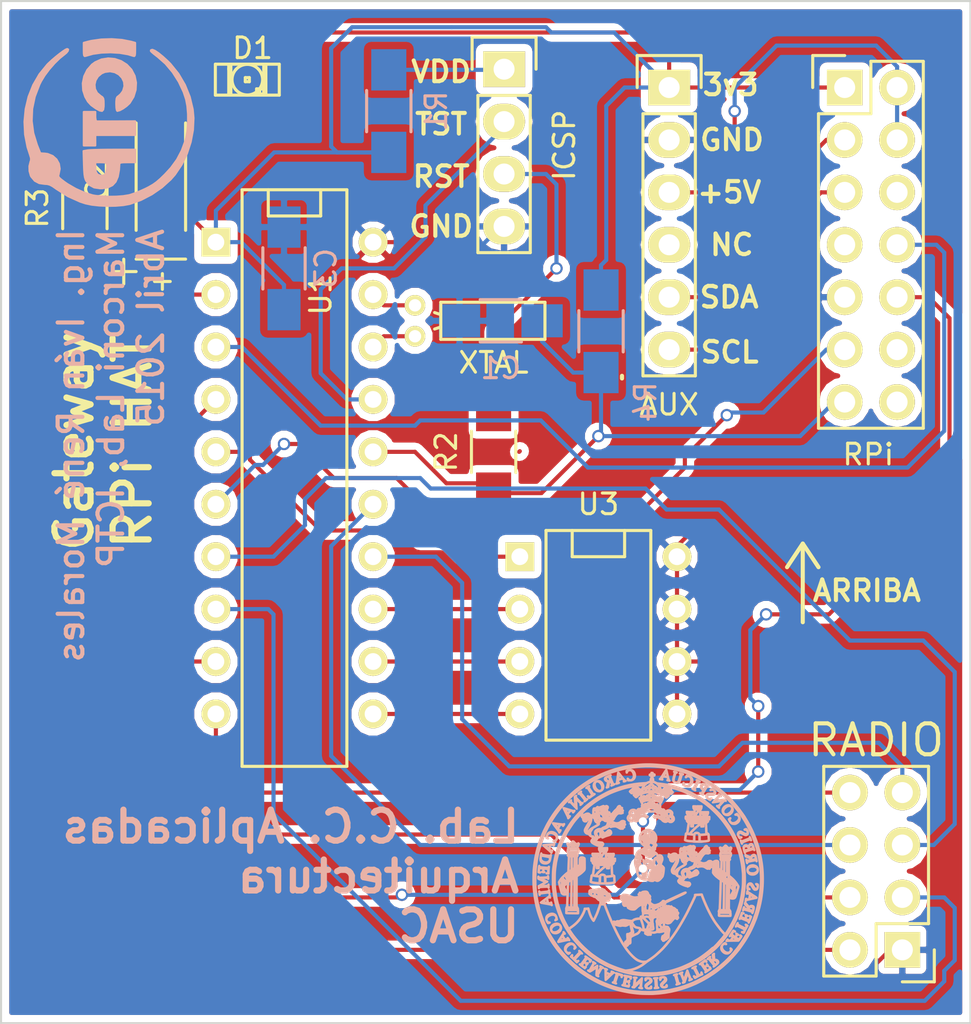
<source format=kicad_pcb>
(kicad_pcb (version 4) (host pcbnew "(after 2015-mar-04 BZR unknown)-product")
  (layers (0 F.Cu signal) (31 B.Cu signal) (34 B.Paste user) (35 F.Paste user) (36 B.SilkS user) (37 F.SilkS user) (38 B.Mask user) (39 F.Mask user) (44 Edge.Cuts user))
  (net 0 "")
  (net 1 "Net-(D1-Pad1)")
  (net 2 GND)
  (net 3 /TEST_MSP430)
  (net 4 +3V3)
  (net 5 "Net-(P2-Pad3)")
  (net 6 /RX_MSP430)
  (net 7 /RX_RPi)
  (net 8 /RDY_IN_MSP430)
  (net 9 /RST_IN_MSP430)
  (net 10 "Net-(R3-Pad1)")
  (net 11 /SW_3)
  (net 12 /SCLK)
  (net 13 /CE)
  (net 14 /CS)
  (net 15 /IRQ)
  (net 16 /SW_0)
  (net 17 /SW_1)
  (net 18 /SW_2)
  (net 19 /MISO)
  (net 20 /MOSI)
  (net 21 "Net-(U1-Pad18)")
  (net 22 "Net-(U1-Pad19)")
  (net 23 +5V)
  (net 24 /I2C_SDA_RPi)
  (net 25 "Net-(P2-Pad1)")
  (net 26 "Net-(P3-Pad4)")
  (net 27 /I2C_SCL_RPi)
  (net 28 "Net-(P1-Pad6)")
  (net 29 "Net-(P1-Pad7)")
  (net 30 "Net-(P1-Pad12)")
  (net 31 "Net-(P1-Pad14)")
  (module LOGO (layer B.Cu) (at 108.1 55.31 270)
    (fp_text reference G*** hide)
    (fp_text value LOGO hide)
  )
  (module Pin_Headers:Pin_Header_Straight_2x04 (layer F.Cu) (at 146.558 95.504 180)
    (fp_text reference RADIO (at 1.27 10.16 180) (layer F.SilkS) (effects (font (size 1.5 1.5) (thickness 0.2))))
    (fp_text value NRF24L01+)
    (pad 1 thru_hole rect (at 0 0 180) (size 1.7272 1.7272) (drill 1.016) (layers *.Cu *.Mask F.SilkS) (net 2 GND))
    (pad 2 thru_hole oval (at 2.54 0 180) (size 1.7272 1.7272) (drill 1.016) (layers *.Cu *.Mask F.SilkS) (net 4 +3V3))
    (pad 3 thru_hole oval (at 0 2.54 180) (size 1.7272 1.7272) (drill 1.016) (layers *.Cu *.Mask F.SilkS) (net 13 /CE))
    (pad 4 thru_hole oval (at 2.54 2.54 180) (size 1.7272 1.7272) (drill 1.016) (layers *.Cu *.Mask F.SilkS) (net 14 /CS))
    (pad 5 thru_hole oval (at 0 5.08 180) (size 1.7272 1.7272) (drill 1.016) (layers *.Cu *.Mask F.SilkS) (net 12 /SCLK))
    (pad 6 thru_hole oval (at 2.54 5.08 180) (size 1.7272 1.7272) (drill 1.016) (layers *.Cu *.Mask F.SilkS) (net 20 /MOSI))
    (pad 7 thru_hole oval (at 0 7.62 180) (size 1.7272 1.7272) (drill 1.016) (layers *.Cu *.Mask F.SilkS) (net 19 /MISO))
    (pad 8 thru_hole oval (at 2.54 7.62 180) (size 1.7272 1.7272) (drill 1.016) (layers *.Cu *.Mask F.SilkS) (net 15 /IRQ))
  )
  (module LOGO (layer B.Cu) (at 134.239 92.075 180)
    (fp_text reference G*** hide)
    (fp_text value LOGO hide)
  )
  (module LEDs:LED-1206 (layer F.Cu) (at 114.808 53.34)
    (fp_text reference D1 (at 0.254 -1.524) (layer F.SilkS))
    (fp_text value LED)
    (pad 1 smd rect (at -1.41986 0) (size 1.59766 1.80086) (layers F.Cu F.Paste F.Mask) (net 1 "Net-(D1-Pad1)"))
    (pad 2 smd rect (at 1.41986 0) (size 1.59766 1.80086) (layers F.Cu F.Paste F.Mask) (net 2 GND))
  )
  (module Resistors_SMD:R_1206_HandSoldering (layer B.Cu) (at 121.666 54.864 90)
    (fp_text reference R1 (at 0 2.3 90) (layer B.SilkS) (effects (justify mirror)))
    (fp_text value 220)
    (pad 1 smd rect (at -2 0 90) (size 2 1.7) (layers B.Cu B.Paste B.Mask) (net 4 +3V3))
    (pad 2 smd rect (at 2 0 90) (size 2 1.7) (layers B.Cu B.Paste B.Mask) (net 25 "Net-(P2-Pad1)"))
  )
  (module Resistors_SMD:R_1206_HandSoldering (layer F.Cu) (at 126.746 71.374 90)
    (fp_text reference R2 (at 0 -2.3 90) (layer F.SilkS))
    (fp_text value 220)
    (pad 1 smd rect (at -2 0 90) (size 2 1.7) (layers F.Cu F.Paste F.Mask) (net 9 /RST_IN_MSP430))
    (pad 2 smd rect (at 2 0 90) (size 2 1.7) (layers F.Cu F.Paste F.Mask) (net 5 "Net-(P2-Pad3)"))
  )
  (module Resistors_SMD:R_1206_HandSoldering (layer F.Cu) (at 106.934 59.563 90)
    (fp_text reference R3 (at 0 -2.3 90) (layer F.SilkS))
    (fp_text value 220)
    (pad 1 smd rect (at -2 0 90) (size 2 1.7) (layers F.Cu F.Paste F.Mask) (net 10 "Net-(R3-Pad1)"))
    (pad 2 smd rect (at 2 0 90) (size 2 1.7) (layers F.Cu F.Paste F.Mask) (net 1 "Net-(D1-Pad1)"))
  )
  (module Capacitors_SMD:C_1206_HandSoldering (layer B.Cu) (at 127.095 65.024)
    (fp_text reference C1 (at 0 2.3) (layer B.SilkS) (effects (justify mirror)))
    (fp_text value 10nF)
    (pad 1 smd rect (at -2 0) (size 2 1.6) (layers B.Cu B.Paste B.Mask) (net 2 GND))
    (pad 2 smd rect (at 2 0) (size 2 1.6) (layers B.Cu B.Paste B.Mask) (net 9 /RST_IN_MSP430))
  )
  (module Capacitors_SMD:C_1206_HandSoldering (layer B.Cu) (at 116.586 62.484 90)
    (fp_text reference C3 (at 0 2.032 90) (layer B.SilkS) (effects (justify mirror)))
    (fp_text value 100nF)
    (pad 1 smd rect (at -2 0 90) (size 2 1.6) (layers B.Cu B.Paste B.Mask) (net 4 +3V3))
    (pad 2 smd rect (at 2 0 90) (size 2 1.6) (layers B.Cu B.Paste B.Mask) (net 2 GND))
  )
  (module Pin_Headers:Pin_Header_Straight_2x07 (layer F.Cu) (at 143.764 53.721)
    (fp_text reference RPi (at 1.143 17.78) (layer F.SilkS))
    (fp_text value "Raspberry PI")
    (pad 1 thru_hole rect (at 0 0) (size 1.7272 1.7272) (drill 1.016) (layers *.Cu *.Mask F.SilkS) (net 4 +3V3))
    (pad 2 thru_hole oval (at 2.54 0) (size 1.7272 1.7272) (drill 1.016) (layers *.Cu *.Mask F.SilkS) (net 23 +5V))
    (pad 3 thru_hole oval (at 0 2.54) (size 1.7272 1.7272) (drill 1.016) (layers *.Cu *.Mask F.SilkS) (net 24 /I2C_SDA_RPi))
    (pad 4 thru_hole oval (at 2.54 2.54) (size 1.7272 1.7272) (drill 1.016) (layers *.Cu *.Mask F.SilkS) (net 23 +5V))
    (pad 5 thru_hole oval (at 0 5.08) (size 1.7272 1.7272) (drill 1.016) (layers *.Cu *.Mask F.SilkS) (net 27 /I2C_SCL_RPi))
    (pad 6 thru_hole oval (at 2.54 5.08) (size 1.7272 1.7272) (drill 1.016) (layers *.Cu *.Mask F.SilkS) (net 28 "Net-(P1-Pad6)"))
    (pad 7 thru_hole oval (at 0 7.62) (size 1.7272 1.7272) (drill 1.016) (layers *.Cu *.Mask F.SilkS) (net 29 "Net-(P1-Pad7)"))
    (pad 8 thru_hole oval (at 2.54 7.62) (size 1.7272 1.7272) (drill 1.016) (layers *.Cu *.Mask F.SilkS) (net 6 /RX_MSP430))
    (pad 9 thru_hole oval (at 0 10.16) (size 1.7272 1.7272) (drill 1.016) (layers *.Cu *.Mask F.SilkS) (net 2 GND))
    (pad 10 thru_hole oval (at 2.54 10.16) (size 1.7272 1.7272) (drill 1.016) (layers *.Cu *.Mask F.SilkS) (net 7 /RX_RPi))
    (pad 11 thru_hole oval (at 0 12.7) (size 1.7272 1.7272) (drill 1.016) (layers *.Cu *.Mask F.SilkS) (net 8 /RDY_IN_MSP430))
    (pad 12 thru_hole oval (at 2.54 12.7) (size 1.7272 1.7272) (drill 1.016) (layers *.Cu *.Mask F.SilkS) (net 30 "Net-(P1-Pad12)"))
    (pad 13 thru_hole oval (at 0 15.24) (size 1.7272 1.7272) (drill 1.016) (layers *.Cu *.Mask F.SilkS) (net 9 /RST_IN_MSP430))
    (pad 14 thru_hole oval (at 2.54 15.24) (size 1.7272 1.7272) (drill 1.016) (layers *.Cu *.Mask F.SilkS) (net 31 "Net-(P1-Pad14)"))
  )
  (module Pin_Headers:Pin_Header_Straight_1x04 (layer F.Cu) (at 127.254 52.832)
    (fp_text reference ICSP (at 2.921 3.683 90) (layer F.SilkS))
    (fp_text value PGM_MSP430 hide)
    (pad 1 thru_hole rect (at 0 0) (size 2.032 1.7272) (drill 1.016) (layers *.Cu *.Mask F.SilkS) (net 25 "Net-(P2-Pad1)"))
    (pad 2 thru_hole oval (at 0 2.54) (size 2.032 1.7272) (drill 1.016) (layers *.Cu *.Mask F.SilkS) (net 3 /TEST_MSP430))
    (pad 3 thru_hole oval (at 0 5.08) (size 2.032 1.7272) (drill 1.016) (layers *.Cu *.Mask F.SilkS) (net 5 "Net-(P2-Pad3)"))
    (pad 4 thru_hole oval (at 0 7.62) (size 2.032 1.7272) (drill 1.016) (layers *.Cu *.Mask F.SilkS) (net 2 GND))
  )
  (module Pin_Headers:Pin_Header_Straight_1x06 (layer F.Cu) (at 135.255 53.721)
    (fp_text reference AUX (at 0 15.367) (layer F.SilkS))
    (fp_text value AUX)
    (pad 1 thru_hole rect (at 0 0) (size 2.032 1.7272) (drill 1.016) (layers *.Cu *.Mask F.SilkS) (net 4 +3V3))
    (pad 2 thru_hole oval (at 0 2.54) (size 2.032 1.7272) (drill 1.016) (layers *.Cu *.Mask F.SilkS) (net 2 GND))
    (pad 3 thru_hole oval (at 0 5.08) (size 2.032 1.7272) (drill 1.016) (layers *.Cu *.Mask F.SilkS) (net 23 +5V))
    (pad 4 thru_hole oval (at 0 7.62) (size 2.032 1.7272) (drill 1.016) (layers *.Cu *.Mask F.SilkS) (net 26 "Net-(P3-Pad4)"))
    (pad 5 thru_hole oval (at 0 10.16) (size 2.032 1.7272) (drill 1.016) (layers *.Cu *.Mask F.SilkS) (net 24 /I2C_SDA_RPi))
    (pad 6 thru_hole oval (at 0 12.7) (size 2.032 1.7272) (drill 1.016) (layers *.Cu *.Mask F.SilkS) (net 27 /I2C_SCL_RPi))
  )
  (module Resistors_SMD:R_1206_HandSoldering (layer B.Cu) (at 131.953 65.532 90)
    (fp_text reference R4 (at -3.429 2.159 90) (layer B.SilkS) (effects (justify mirror)))
    (fp_text value 47k)
    (pad 1 smd rect (at -2 0 90) (size 2 1.7) (layers B.Cu B.Paste B.Mask) (net 9 /RST_IN_MSP430))
    (pad 2 smd rect (at 2 0 90) (size 2 1.7) (layers B.Cu B.Paste B.Mask) (net 4 +3V3))
  )
  (module Housings_DIP:DIP-20__300 (layer F.Cu) (at 117.094 72.644 270)
    (fp_text reference U1 (at -8.89 -1.27 270) (layer F.SilkS))
    (fp_text value MSP430G2553)
    (pad 1 thru_hole rect (at -11.43 3.81 270) (size 1.397 1.397) (drill 0.8128) (layers *.Cu *.Mask F.SilkS) (net 4 +3V3))
    (pad 2 thru_hole circle (at -8.89 3.81 270) (size 1.397 1.397) (drill 0.8128) (layers *.Cu *.Mask F.SilkS) (net 10 "Net-(R3-Pad1)"))
    (pad 3 thru_hole circle (at -6.35 3.81 270) (size 1.397 1.397) (drill 0.8128) (layers *.Cu *.Mask F.SilkS) (net 6 /RX_MSP430))
    (pad 4 thru_hole circle (at -3.81 3.81 270) (size 1.397 1.397) (drill 0.8128) (layers *.Cu *.Mask F.SilkS) (net 7 /RX_RPi))
    (pad 5 thru_hole circle (at -1.27 3.81 270) (size 1.397 1.397) (drill 0.8128) (layers *.Cu *.Mask F.SilkS) (net 11 /SW_3))
    (pad 6 thru_hole circle (at 1.27 3.81 270) (size 1.397 1.397) (drill 0.8128) (layers *.Cu *.Mask F.SilkS) (net 8 /RDY_IN_MSP430))
    (pad 7 thru_hole circle (at 3.81 3.81 270) (size 1.397 1.397) (drill 0.8128) (layers *.Cu *.Mask F.SilkS) (net 12 /SCLK))
    (pad 8 thru_hole circle (at 6.35 3.81 270) (size 1.397 1.397) (drill 0.8128) (layers *.Cu *.Mask F.SilkS) (net 13 /CE))
    (pad 9 thru_hole circle (at 8.89 3.81 270) (size 1.397 1.397) (drill 0.8128) (layers *.Cu *.Mask F.SilkS) (net 14 /CS))
    (pad 10 thru_hole circle (at 11.43 3.81 270) (size 1.397 1.397) (drill 0.8128) (layers *.Cu *.Mask F.SilkS) (net 15 /IRQ))
    (pad 11 thru_hole circle (at 11.43 -3.81 270) (size 1.397 1.397) (drill 0.8128) (layers *.Cu *.Mask F.SilkS) (net 16 /SW_0))
    (pad 12 thru_hole circle (at 8.89 -3.81 270) (size 1.397 1.397) (drill 0.8128) (layers *.Cu *.Mask F.SilkS) (net 17 /SW_1))
    (pad 13 thru_hole circle (at 6.35 -3.81 270) (size 1.397 1.397) (drill 0.8128) (layers *.Cu *.Mask F.SilkS) (net 18 /SW_2))
    (pad 14 thru_hole circle (at 3.81 -3.81 270) (size 1.397 1.397) (drill 0.8128) (layers *.Cu *.Mask F.SilkS) (net 19 /MISO))
    (pad 15 thru_hole circle (at 1.27 -3.81 270) (size 1.397 1.397) (drill 0.8128) (layers *.Cu *.Mask F.SilkS) (net 20 /MOSI))
    (pad 16 thru_hole circle (at -1.27 -3.81 270) (size 1.397 1.397) (drill 0.8128) (layers *.Cu *.Mask F.SilkS) (net 9 /RST_IN_MSP430))
    (pad 17 thru_hole circle (at -3.81 -3.81 270) (size 1.397 1.397) (drill 0.8128) (layers *.Cu *.Mask F.SilkS) (net 3 /TEST_MSP430))
    (pad 18 thru_hole circle (at -6.35 -3.81 270) (size 1.397 1.397) (drill 0.8128) (layers *.Cu *.Mask F.SilkS) (net 21 "Net-(U1-Pad18)"))
    (pad 19 thru_hole circle (at -8.89 -3.81 270) (size 1.397 1.397) (drill 0.8128) (layers *.Cu *.Mask F.SilkS) (net 22 "Net-(U1-Pad19)"))
    (pad 20 thru_hole circle (at -11.43 -3.81 270) (size 1.397 1.397) (drill 0.8128) (layers *.Cu *.Mask F.SilkS) (net 2 GND))
  )
  (module Housings_DIP:DIP-8__300 (layer F.Cu) (at 131.826 80.264 270)
    (fp_text reference U3 (at -6.35 0 360) (layer F.SilkS))
    (fp_text value DIP_SW_4)
    (pad 1 thru_hole rect (at -3.81 3.81 270) (size 1.397 1.397) (drill 0.8128) (layers *.Cu *.Mask F.SilkS) (net 11 /SW_3))
    (pad 2 thru_hole circle (at -1.27 3.81 270) (size 1.397 1.397) (drill 0.8128) (layers *.Cu *.Mask F.SilkS) (net 18 /SW_2))
    (pad 3 thru_hole circle (at 1.27 3.81 270) (size 1.397 1.397) (drill 0.8128) (layers *.Cu *.Mask F.SilkS) (net 17 /SW_1))
    (pad 4 thru_hole circle (at 3.81 3.81 270) (size 1.397 1.397) (drill 0.8128) (layers *.Cu *.Mask F.SilkS) (net 16 /SW_0))
    (pad 5 thru_hole circle (at 3.81 -3.81 270) (size 1.397 1.397) (drill 0.8128) (layers *.Cu *.Mask F.SilkS) (net 2 GND))
    (pad 6 thru_hole circle (at 1.27 -3.81 270) (size 1.397 1.397) (drill 0.8128) (layers *.Cu *.Mask F.SilkS) (net 2 GND))
    (pad 7 thru_hole circle (at -1.27 -3.81 270) (size 1.397 1.397) (drill 0.8128) (layers *.Cu *.Mask F.SilkS) (net 2 GND))
    (pad 8 thru_hole circle (at -3.81 -3.81 270) (size 1.397 1.397) (drill 0.8128) (layers *.Cu *.Mask F.SilkS) (net 2 GND))
  )
  (module Crystals:Crystal_Round_Horizontal_2mm (layer F.Cu) (at 122.936 65.024 270)
    (fp_text reference XTAL (at 2.032 -3.81 360) (layer F.SilkS))
    (fp_text value XTAL)
    (pad 1 thru_hole circle (at -0.7493 0 270) (size 1.00076 1.00076) (drill 0.59944) (layers *.Cu *.Mask F.SilkS) (net 22 "Net-(U1-Pad19)"))
    (pad 2 thru_hole circle (at 0.7493 0 270) (size 1.00076 1.00076) (drill 0.59944) (layers *.Cu *.Mask F.SilkS) (net 21 "Net-(U1-Pad18)"))
  )
  (module Capacitors_Tantalum_SMD:TantalC_SizeA_EIA-3216_HandSoldering (layer F.Cu) (at 110.617 58.039 90)
    (fp_text reference C2 (at -0.20066 -3.0988 90) (layer F.SilkS))
    (fp_text value 10uF)
    (fp_text user + (at -5.08 0 90) (layer F.SilkS))
    (pad 2 smd rect (at 1.99898 0 90) (size 2.99974 1.50114) (layers F.Cu F.Paste F.Mask) (net 2 GND))
    (pad 1 smd rect (at -1.99898 0 90) (size 2.99974 1.50114) (layers F.Cu F.Paste F.Mask) (net 4 +3V3))
  )
  (gr_text VDD (at 124.206 52.959) (layer F.SilkS) (effects (font (size 1 1) (thickness 0.2))))
  (gr_text TST (at 124.206 55.499) (layer F.SilkS) (effects (font (size 1 1) (thickness 0.2))))
  (gr_text RST (at 124.206 58.039) (layer F.SilkS) (effects (font (size 1 1) (thickness 0.2))))
  (gr_text GND (at 124.206 60.452) (layer F.SilkS) (effects (font (size 1 1) (thickness 0.2))))
  (gr_line (start 149.86 49.53) (end 102.87 49.53) (layer Edge.Cuts) (width 0.1))
  (gr_line (start 149.86 99.06) (end 149.86 49.53) (layer Edge.Cuts) (width 0.1))
  (gr_line (start 102.87 99.06) (end 149.86 99.06) (layer Edge.Cuts) (width 0.1))
  (gr_line (start 102.87 49.53) (end 102.87 99.06) (layer Edge.Cuts) (width 0.1))
  (gr_text ARRIBA (at 142.113 78.105) (layer F.SilkS) (effects (font (size 1 1) (thickness 0.2)) (justify left)))
  (gr_line (start 141.732 75.819) (end 142.494 76.962) (layer F.SilkS) (width 0.2))
  (gr_line (start 141.732 75.819) (end 140.97 76.962) (layer F.SilkS) (width 0.2))
  (gr_line (start 141.732 75.946) (end 141.732 79.629) (layer F.SilkS) (width 0.2))
  (gr_text "Gateway\nRPi HAT" (at 107.823 70.866 90) (layer F.SilkS) (effects (font (size 1.75 1.75) (thickness 0.3))))
  (gr_text "Ing. Iván René Morales\nMarconi Lab, ICTP\nAbril 2015" (at 108.2 60.46 90) (layer B.SilkS) (effects (font (size 1.2 1.2) (thickness 0.2)) (justify left mirror)))
  (gr_text "Lab. C.C. Aplicadas\nArquitectura\nUSAC" (at 128.143 91.948) (layer B.SilkS) (effects (font (size 1.5 1.5) (thickness 0.3)) (justify left mirror)))
  (gr_text SCL (at 139.7 66.548) (layer F.SilkS) (effects (font (size 1 1) (thickness 0.2)) (justify right)))
  (gr_text SDA (at 139.7 63.881) (layer F.SilkS) (effects (font (size 1 1) (thickness 0.2)) (justify right)))
  (gr_text NC (at 139.446 61.341) (layer F.SilkS) (effects (font (size 1 1) (thickness 0.2)) (justify right)))
  (gr_text +5V (at 139.827 58.801) (layer F.SilkS) (effects (font (size 1 1) (thickness 0.2)) (justify right)))
  (gr_line (start 132.969 67.691) (end 132.969 67.818) (angle 90) (layer F.SilkS) (width 0.2))
  (gr_text GND (at 139.954 56.261) (layer F.SilkS) (effects (font (size 1 1) (thickness 0.2)) (justify right)))
  (gr_text 3v3 (at 139.7 53.594) (layer F.SilkS) (effects (font (size 1 1) (thickness 0.2)) (justify right)))
  (segment (start 128.016 71.342) (end 127.984 71.374) (width 0.2) (layer F.Cu) (net 0))
  (segment (start 106.934 57.563) (end 106.934 54.61) (width 0.2) (layer F.Cu) (net 1))
  (segment (start 108.204 53.34) (end 113.38814 53.34) (width 0.2) (layer F.Cu) (net 1))
  (segment (start 106.934 54.61) (end 108.204 53.34) (width 0.2) (layer F.Cu) (net 1))
  (segment (start 144.56513 96.901) (end 109.855 96.901) (width 0.2) (layer F.Cu) (net 2))
  (segment (start 146.558 95.504) (end 145.96213 95.504) (width 0.2) (layer F.Cu) (net 2))
  (segment (start 145.96213 95.504) (end 144.56513 96.901) (width 0.2) (layer F.Cu) (net 2))
  (segment (start 110.617 56.04002) (end 115.91798 56.04002) (width 0.2) (layer F.Cu) (net 2))
  (segment (start 115.91798 56.04002) (end 116.22786 55.73014) (width 0.2) (layer F.Cu) (net 2))
  (segment (start 135.763 76.581) (end 135.636 76.454) (width 0.2) (layer F.Cu) (net 2))
  (segment (start 125.095 65.024) (end 125.095 62.4586) (width 0.2) (layer B.Cu) (net 2))
  (segment (start 125.095 62.4586) (end 127.1016 60.452) (width 0.2) (layer B.Cu) (net 2))
  (segment (start 127.1016 60.452) (end 127.254 60.452) (width 0.2) (layer B.Cu) (net 2))
  (segment (start 116.586 60.484) (end 120.174 60.484) (width 0.2) (layer B.Cu) (net 2))
  (segment (start 120.174 60.484) (end 120.904 61.214) (width 0.2) (layer B.Cu) (net 2))
  (segment (start 135.636 81.534) (end 135.636 84.074) (width 0.2) (layer F.Cu) (net 2))
  (segment (start 135.636 81.534) (end 140.335 81.534) (width 0.2) (layer F.Cu) (net 2))
  (segment (start 140.335 81.534) (end 142.875 84.074) (width 0.2) (layer F.Cu) (net 2))
  (segment (start 127.254 60.452) (end 125.73 60.452) (width 0.2) (layer F.Cu) (net 2))
  (segment (start 124.968 61.214) (end 120.904 61.214) (width 0.2) (layer F.Cu) (net 2))
  (segment (start 125.73 60.452) (end 124.968 61.214) (width 0.2) (layer F.Cu) (net 2))
  (segment (start 137.414 56.261) (end 139.446 56.261) (width 0.2) (layer B.Cu) (net 2))
  (segment (start 140.589 57.404) (end 140.589 63.5) (width 0.2) (layer B.Cu) (net 2))
  (segment (start 139.446 56.261) (end 140.589 57.404) (width 0.2) (layer B.Cu) (net 2))
  (segment (start 143.764 63.881) (end 140.97 63.881) (width 0.2) (layer B.Cu) (net 2))
  (segment (start 140.97 63.881) (end 140.589 63.5) (width 0.2) (layer B.Cu) (net 2))
  (segment (start 137.414 56.261) (end 135.255 56.261) (width 0.2) (layer B.Cu) (net 2))
  (segment (start 135.255 56.261) (end 132.461 56.261) (width 0.2) (layer F.Cu) (net 2))
  (segment (start 130.302 60.452) (end 127.254 60.452) (width 0.2) (layer F.Cu) (net 2))
  (segment (start 130.556 60.198) (end 130.302 60.452) (width 0.2) (layer F.Cu) (net 2))
  (segment (start 130.556 58.166) (end 130.556 60.198) (width 0.2) (layer F.Cu) (net 2))
  (segment (start 132.461 56.261) (end 130.556 58.166) (width 0.2) (layer F.Cu) (net 2))
  (segment (start 142.875 84.074) (end 148.844 84.074) (width 0.2) (layer F.Cu) (net 2))
  (segment (start 149.098 84.328) (end 148.844 84.074) (width 0.2) (layer F.Cu) (net 2))
  (segment (start 149.098 94.742) (end 149.098 84.328) (width 0.2) (layer F.Cu) (net 2))
  (segment (start 148.336 95.504) (end 149.098 94.742) (width 0.2) (layer F.Cu) (net 2))
  (segment (start 146.558 95.504) (end 148.336 95.504) (width 0.2) (layer F.Cu) (net 2))
  (segment (start 135.636 78.994) (end 135.636 81.534) (width 0.2) (layer F.Cu) (net 2))
  (segment (start 135.636 78.994) (end 135.636 76.454) (width 0.2) (layer F.Cu) (net 2))
  (segment (start 135.636 76.454) (end 135.636 75.946) (width 0.2) (layer F.Cu) (net 2))
  (segment (start 135.636 75.946) (end 139.954 71.628) (width 0.2) (layer F.Cu) (net 2))
  (segment (start 139.954 71.628) (end 139.954 66.421) (width 0.2) (layer F.Cu) (net 2))
  (segment (start 139.954 66.421) (end 142.494 63.881) (width 0.2) (layer F.Cu) (net 2))
  (segment (start 142.494 63.881) (end 143.764 63.881) (width 0.2) (layer F.Cu) (net 2))
  (segment (start 116.22786 53.34) (end 116.22786 55.73014) (width 0.2) (layer F.Cu) (net 2))
  (segment (start 116.22786 55.73014) (end 116.22786 57.55386) (width 0.2) (layer F.Cu) (net 2))
  (segment (start 116.22786 57.55386) (end 118.618 59.944) (width 0.2) (layer F.Cu) (net 2))
  (segment (start 118.618 59.944) (end 119.634 59.944) (width 0.2) (layer F.Cu) (net 2))
  (segment (start 119.634 59.944) (end 120.904 61.214) (width 0.2) (layer F.Cu) (net 2))
  (segment (start 127.254 55.372) (end 127.254 55.626) (width 0.2) (layer B.Cu) (net 3))
  (segment (start 127.254 55.626) (end 123.444 59.436) (width 0.2) (layer B.Cu) (net 3))
  (segment (start 123.444 59.436) (end 123.444 60.96) (width 0.2) (layer B.Cu) (net 3))
  (segment (start 123.444 60.96) (end 121.92 62.484) (width 0.2) (layer B.Cu) (net 3))
  (segment (start 121.92 62.484) (end 119.38 62.484) (width 0.2) (layer B.Cu) (net 3))
  (segment (start 119.38 62.484) (end 118.364 63.5) (width 0.2) (layer B.Cu) (net 3))
  (segment (start 118.364 63.5) (end 118.364 67.564) (width 0.2) (layer B.Cu) (net 3))
  (segment (start 118.364 67.564) (end 119.634 68.834) (width 0.2) (layer B.Cu) (net 3))
  (segment (start 119.634 68.834) (end 120.904 68.834) (width 0.2) (layer B.Cu) (net 3))
  (segment (start 135.255 53.721) (end 135.255 51.435) (width 0.2) (layer F.Cu) (net 4))
  (segment (start 135.255 51.435) (end 134.874 51.054) (width 0.2) (layer F.Cu) (net 4))
  (segment (start 134.874 51.054) (end 107.066002 51.054) (width 0.2) (layer F.Cu) (net 4))
  (segment (start 113.284 95.504) (end 115.316 95.504) (width 0.2) (layer F.Cu) (net 4))
  (segment (start 107.066002 51.054) (end 104.648 53.472002) (width 0.2) (layer F.Cu) (net 4))
  (segment (start 104.648 53.472002) (end 104.648 86.868) (width 0.2) (layer F.Cu) (net 4))
  (segment (start 104.648 86.868) (end 113.284 95.504) (width 0.2) (layer F.Cu) (net 4))
  (segment (start 115.316 95.504) (end 144.018 95.504) (width 0.2) (layer F.Cu) (net 4))
  (segment (start 110.617 60.03798) (end 112.10798 60.03798) (width 0.2) (layer F.Cu) (net 4))
  (segment (start 112.10798 60.03798) (end 113.284 61.214) (width 0.2) (layer F.Cu) (net 4))
  (segment (start 116.586 64.484) (end 116.586 63.284) (width 0.2) (layer B.Cu) (net 4))
  (segment (start 116.586 63.284) (end 114.516 61.214) (width 0.2) (layer B.Cu) (net 4))
  (segment (start 114.516 61.214) (end 113.284 61.214) (width 0.2) (layer B.Cu) (net 4))
  (segment (start 132.207 54.61) (end 133.096 53.721) (width 0.2) (layer B.Cu) (net 4))
  (segment (start 133.096 53.721) (end 135.255 53.721) (width 0.2) (layer B.Cu) (net 4))
  (segment (start 132.207 62.078) (end 132.207 54.61) (width 0.2) (layer B.Cu) (net 4))
  (segment (start 131.953 63.532) (end 131.953 62.332) (width 0.2) (layer B.Cu) (net 4))
  (segment (start 131.953 62.332) (end 132.207 62.078) (width 0.2) (layer B.Cu) (net 4))
  (segment (start 113.284 61.214) (end 113.284 59.69) (width 0.2) (layer B.Cu) (net 4))
  (segment (start 116.11 56.864) (end 121.666 56.864) (width 0.2) (layer B.Cu) (net 4))
  (segment (start 113.284 59.69) (end 116.11 56.864) (width 0.2) (layer B.Cu) (net 4))
  (segment (start 121.666 56.864) (end 119.158 56.864) (width 0.2) (layer B.Cu) (net 4))
  (segment (start 132.588 51.054) (end 135.255 53.721) (width 0.2) (layer B.Cu) (net 4))
  (segment (start 129.54 51.054) (end 132.588 51.054) (width 0.2) (layer B.Cu) (net 4))
  (segment (start 129.286 50.8) (end 129.54 51.054) (width 0.2) (layer B.Cu) (net 4))
  (segment (start 124.714 50.8) (end 129.286 50.8) (width 0.2) (layer B.Cu) (net 4))
  (segment (start 119.888 50.8) (end 124.714 50.8) (width 0.2) (layer B.Cu) (net 4))
  (segment (start 118.872 51.816) (end 119.888 50.8) (width 0.2) (layer B.Cu) (net 4))
  (segment (start 118.872 56.578) (end 118.872 51.816) (width 0.2) (layer B.Cu) (net 4))
  (segment (start 119.158 56.864) (end 118.872 56.578) (width 0.2) (layer B.Cu) (net 4))
  (segment (start 135.255 53.721) (end 143.764 53.721) (width 0.2) (layer F.Cu) (net 4))
  (segment (start 126.746 69.374) (end 126.746 65.532) (width 0.2) (layer F.Cu) (net 5))
  (segment (start 129.286 57.912) (end 127.254 57.912) (width 0.2) (layer B.Cu) (net 5))
  (segment (start 129.794 58.42) (end 129.286 57.912) (width 0.2) (layer B.Cu) (net 5))
  (segment (start 129.794 62.484) (end 129.794 58.42) (width 0.2) (layer B.Cu) (net 5))
  (via (at 129.794 62.484) (size 0.6) (layers F.Cu B.Cu) (net 5))
  (segment (start 126.746 65.532) (end 129.794 62.484) (width 0.2) (layer F.Cu) (net 5))
  (segment (start 127.254 57.912) (end 127 57.912) (width 0.2) (layer F.Cu) (net 5))
  (segment (start 113.284 66.294) (end 114.554 66.294) (width 0.2) (layer B.Cu) (net 6))
  (segment (start 148.209 61.341) (end 146.304 61.341) (width 0.2) (layer B.Cu) (net 6))
  (segment (start 148.59 61.722) (end 148.209 61.341) (width 0.2) (layer B.Cu) (net 6))
  (segment (start 148.59 70.358) (end 148.59 61.722) (width 0.2) (layer B.Cu) (net 6))
  (segment (start 146.812 72.136) (end 148.59 70.358) (width 0.2) (layer B.Cu) (net 6))
  (segment (start 131.318 72.136) (end 146.812 72.136) (width 0.2) (layer B.Cu) (net 6))
  (segment (start 129.032 69.85) (end 131.318 72.136) (width 0.2) (layer B.Cu) (net 6))
  (segment (start 123.19 69.85) (end 129.032 69.85) (width 0.2) (layer B.Cu) (net 6))
  (segment (start 122.936 70.104) (end 123.19 69.85) (width 0.2) (layer B.Cu) (net 6))
  (segment (start 118.364 70.104) (end 122.936 70.104) (width 0.2) (layer B.Cu) (net 6))
  (segment (start 114.554 66.294) (end 118.364 70.104) (width 0.2) (layer B.Cu) (net 6))
  (segment (start 141.097 79.248) (end 143.002 79.248) (width 0.2) (layer F.Cu) (net 7))
  (segment (start 144.78 73.787) (end 146.558 73.787) (width 0.2) (layer F.Cu) (net 7))
  (segment (start 143.764 74.803) (end 144.78 73.787) (width 0.2) (layer F.Cu) (net 7))
  (segment (start 143.764 78.486) (end 143.764 74.803) (width 0.2) (layer F.Cu) (net 7))
  (segment (start 143.002 79.248) (end 143.764 78.486) (width 0.2) (layer F.Cu) (net 7))
  (segment (start 146.304 63.881) (end 147.828 63.881) (width 0.2) (layer F.Cu) (net 7))
  (segment (start 148.844 71.501) (end 146.558 73.787) (width 0.2) (layer F.Cu) (net 7))
  (segment (start 148.844 64.897) (end 148.844 71.501) (width 0.2) (layer F.Cu) (net 7))
  (segment (start 147.828 63.881) (end 148.844 64.897) (width 0.2) (layer F.Cu) (net 7))
  (segment (start 109.474 72.644) (end 113.284 68.834) (width 0.2) (layer F.Cu) (net 7))
  (segment (start 109.474 87.376) (end 109.474 72.644) (width 0.2) (layer F.Cu) (net 7))
  (segment (start 115.062 92.964) (end 109.474 87.376) (width 0.2) (layer F.Cu) (net 7))
  (segment (start 122.174 92.964) (end 115.062 92.964) (width 0.2) (layer F.Cu) (net 7))
  (segment (start 122.301 92.837) (end 122.174 92.964) (width 0.2) (layer F.Cu) (net 7))
  (via (at 122.301 92.837) (size 0.6) (layers F.Cu B.Cu) (net 7))
  (segment (start 132.715 92.837) (end 122.301 92.837) (width 0.2) (layer B.Cu) (net 7))
  (segment (start 133.985 91.567) (end 132.715 92.837) (width 0.2) (layer B.Cu) (net 7))
  (via (at 133.985 91.567) (size 0.6) (layers F.Cu B.Cu) (net 7))
  (segment (start 133.985 89.281) (end 133.985 91.567) (width 0.2) (layer F.Cu) (net 7))
  (via (at 133.985 89.281) (size 0.6) (layers F.Cu B.Cu) (net 7))
  (segment (start 135.509 87.757) (end 133.985 89.281) (width 0.2) (layer B.Cu) (net 7))
  (segment (start 138.684 87.757) (end 135.509 87.757) (width 0.2) (layer B.Cu) (net 7))
  (segment (start 139.573 86.868) (end 138.684 87.757) (width 0.2) (layer B.Cu) (net 7))
  (via (at 139.573 86.868) (size 0.6) (layers F.Cu B.Cu) (net 7))
  (segment (start 139.573 83.693) (end 139.573 86.868) (width 0.2) (layer F.Cu) (net 7))
  (via (at 139.573 83.693) (size 0.6) (layers F.Cu B.Cu) (net 7))
  (segment (start 139.192 83.312) (end 139.573 83.693) (width 0.2) (layer B.Cu) (net 7))
  (segment (start 139.192 80.01) (end 139.192 83.312) (width 0.2) (layer B.Cu) (net 7))
  (segment (start 139.954 79.248) (end 139.192 80.01) (width 0.2) (layer B.Cu) (net 7))
  (via (at 139.954 79.248) (size 0.6) (layers F.Cu B.Cu) (net 7))
  (segment (start 141.097 79.248) (end 139.954 79.248) (width 0.2) (layer F.Cu) (net 7))
  (segment (start 117.348 70.993) (end 116.586 70.993) (width 0.2) (layer F.Cu) (net 8))
  (segment (start 115.57 72.009) (end 115.189 72.009) (width 0.2) (layer B.Cu) (net 8))
  (segment (start 116.586 70.993) (end 115.57 72.009) (width 0.2) (layer B.Cu) (net 8))
  (via (at 116.586 70.993) (size 0.6) (layers F.Cu B.Cu) (net 8))
  (segment (start 143.764 66.421) (end 142.875 66.421) (width 0.2) (layer B.Cu) (net 8))
  (segment (start 115.189 72.009) (end 113.284 73.914) (width 0.2) (layer B.Cu) (net 8))
  (segment (start 118.999 72.644) (end 117.348 70.993) (width 0.2) (layer F.Cu) (net 8))
  (segment (start 122.047 72.644) (end 118.999 72.644) (width 0.2) (layer F.Cu) (net 8))
  (segment (start 122.682 73.279) (end 122.047 72.644) (width 0.2) (layer F.Cu) (net 8))
  (segment (start 122.682 73.406) (end 122.682 73.279) (width 0.2) (layer F.Cu) (net 8))
  (segment (start 123.317 74.041) (end 122.682 73.406) (width 0.2) (layer F.Cu) (net 8))
  (segment (start 123.825 74.041) (end 123.317 74.041) (width 0.2) (layer F.Cu) (net 8))
  (segment (start 124.841 75.057) (end 123.825 74.041) (width 0.2) (layer F.Cu) (net 8))
  (segment (start 128.143 75.057) (end 124.841 75.057) (width 0.2) (layer F.Cu) (net 8))
  (segment (start 128.778 74.422) (end 128.143 75.057) (width 0.2) (layer F.Cu) (net 8))
  (segment (start 133.731 74.422) (end 128.778 74.422) (width 0.2) (layer F.Cu) (net 8))
  (segment (start 136.017 72.136) (end 133.731 74.422) (width 0.2) (layer F.Cu) (net 8))
  (segment (start 136.017 71.628) (end 136.017 72.136) (width 0.2) (layer F.Cu) (net 8))
  (segment (start 138.049 69.596) (end 136.017 71.628) (width 0.2) (layer F.Cu) (net 8))
  (via (at 138.049 69.596) (size 0.6) (layers F.Cu B.Cu) (net 8))
  (segment (start 138.176 69.469) (end 138.049 69.596) (width 0.2) (layer B.Cu) (net 8))
  (segment (start 139.827 69.469) (end 138.176 69.469) (width 0.2) (layer B.Cu) (net 8))
  (segment (start 142.875 66.421) (end 139.827 69.469) (width 0.2) (layer B.Cu) (net 8))
  (segment (start 129.095 65.024) (end 129.095 66.024) (width 0.2) (layer B.Cu) (net 9))
  (segment (start 129.095 66.024) (end 130.603 67.532) (width 0.2) (layer B.Cu) (net 9))
  (segment (start 130.603 67.532) (end 130.903 67.532) (width 0.2) (layer B.Cu) (net 9))
  (segment (start 130.903 67.532) (end 131.953 67.532) (width 0.2) (layer B.Cu) (net 9))
  (segment (start 131.953 67.532) (end 131.953 70.485) (width 0.2) (layer B.Cu) (net 9))
  (segment (start 131.953 70.485) (end 131.826 70.612) (width 0.2) (layer B.Cu) (net 9))
  (segment (start 143.764 68.961) (end 143.256 68.961) (width 0.2) (layer B.Cu) (net 9))
  (segment (start 143.256 68.961) (end 141.605 70.612) (width 0.2) (layer B.Cu) (net 9))
  (segment (start 141.605 70.612) (end 131.826 70.612) (width 0.2) (layer B.Cu) (net 9))
  (segment (start 126.746 73.374) (end 129.064 73.374) (width 0.2) (layer F.Cu) (net 9))
  (via (at 131.826 70.612) (size 0.6) (layers F.Cu B.Cu) (net 9))
  (segment (start 129.064 73.374) (end 131.826 70.612) (width 0.2) (layer F.Cu) (net 9))
  (segment (start 120.904 71.374) (end 122.936 71.374) (width 0.2) (layer F.Cu) (net 9))
  (segment (start 124.46 72.898) (end 126.27 72.898) (width 0.2) (layer F.Cu) (net 9))
  (segment (start 122.936 71.374) (end 124.46 72.898) (width 0.2) (layer F.Cu) (net 9))
  (segment (start 126.27 72.898) (end 126.746 73.374) (width 0.2) (layer F.Cu) (net 9))
  (segment (start 106.934 61.563) (end 106.934 63.5) (width 0.2) (layer F.Cu) (net 10))
  (segment (start 107.188 63.754) (end 113.284 63.754) (width 0.2) (layer F.Cu) (net 10))
  (segment (start 106.934 63.5) (end 107.188 63.754) (width 0.2) (layer F.Cu) (net 10))
  (segment (start 114.935 71.374) (end 114.935 71.755) (width 0.2) (layer F.Cu) (net 11))
  (segment (start 114.935 71.755) (end 117.094 73.914) (width 0.2) (layer F.Cu) (net 11))
  (segment (start 128.016 76.454) (end 125.222 76.454) (width 0.2) (layer F.Cu) (net 11))
  (segment (start 114.935 71.374) (end 113.284 71.374) (width 0.2) (layer F.Cu) (net 11))
  (segment (start 118.364 75.184) (end 117.094 73.914) (width 0.2) (layer F.Cu) (net 11))
  (segment (start 122.682 75.184) (end 118.364 75.184) (width 0.2) (layer F.Cu) (net 11))
  (segment (start 123.19 75.692) (end 122.682 75.184) (width 0.2) (layer F.Cu) (net 11))
  (segment (start 124.46 75.692) (end 123.19 75.692) (width 0.2) (layer F.Cu) (net 11))
  (segment (start 125.222 76.454) (end 124.46 75.692) (width 0.2) (layer F.Cu) (net 11))
  (segment (start 146.558 90.424) (end 148.082 90.424) (width 0.2) (layer B.Cu) (net 12))
  (segment (start 116.078 76.454) (end 113.284 76.454) (width 0.2) (layer B.Cu) (net 12))
  (segment (start 117.602 74.93) (end 116.078 76.454) (width 0.2) (layer B.Cu) (net 12))
  (segment (start 117.602 73.66) (end 117.602 74.93) (width 0.2) (layer B.Cu) (net 12))
  (segment (start 118.618 72.644) (end 117.602 73.66) (width 0.2) (layer B.Cu) (net 12))
  (segment (start 123.19 72.644) (end 118.618 72.644) (width 0.2) (layer B.Cu) (net 12))
  (segment (start 123.698 73.152) (end 123.19 72.644) (width 0.2) (layer B.Cu) (net 12))
  (segment (start 134.112 73.152) (end 123.698 73.152) (width 0.2) (layer B.Cu) (net 12))
  (segment (start 135.128 74.168) (end 134.112 73.152) (width 0.2) (layer B.Cu) (net 12))
  (segment (start 137.668 74.168) (end 135.128 74.168) (width 0.2) (layer B.Cu) (net 12))
  (segment (start 144.018 80.518) (end 137.668 74.168) (width 0.2) (layer B.Cu) (net 12))
  (segment (start 147.574 80.518) (end 144.018 80.518) (width 0.2) (layer B.Cu) (net 12))
  (segment (start 149.098 82.042) (end 147.574 80.518) (width 0.2) (layer B.Cu) (net 12))
  (segment (start 149.098 89.408) (end 149.098 82.042) (width 0.2) (layer B.Cu) (net 12))
  (segment (start 148.082 90.424) (end 149.098 89.408) (width 0.2) (layer B.Cu) (net 12))
  (segment (start 113.284 78.994) (end 115.824 78.994) (width 0.2) (layer B.Cu) (net 13))
  (segment (start 116.078 88.9) (end 125.151277 97.973277) (width 0.2) (layer B.Cu) (net 13))
  (segment (start 115.824 78.994) (end 116.078 79.248) (width 0.2) (layer B.Cu) (net 13))
  (segment (start 116.078 79.248) (end 116.078 88.9) (width 0.2) (layer B.Cu) (net 13))
  (segment (start 147.644723 97.973277) (end 148.59 97.028) (width 0.2) (layer B.Cu) (net 13))
  (segment (start 125.151277 97.973277) (end 147.644723 97.973277) (width 0.2) (layer B.Cu) (net 13))
  (segment (start 148.59 96.52) (end 149.098 96.012) (width 0.2) (layer B.Cu) (net 13))
  (segment (start 149.098 93.472) (end 148.59 92.964) (width 0.2) (layer B.Cu) (net 13))
  (segment (start 148.59 97.028) (end 148.59 96.52) (width 0.2) (layer B.Cu) (net 13))
  (segment (start 149.098 96.012) (end 149.098 93.472) (width 0.2) (layer B.Cu) (net 13))
  (segment (start 148.59 92.964) (end 146.558 92.964) (width 0.2) (layer B.Cu) (net 13))
  (segment (start 113.284 81.534) (end 111.252 81.534) (width 0.2) (layer F.Cu) (net 14))
  (segment (start 132.588 92.964) (end 144.018 92.964) (width 0.2) (layer F.Cu) (net 14))
  (segment (start 129.54 89.916) (end 132.588 92.964) (width 0.2) (layer F.Cu) (net 14))
  (segment (start 114.3 89.916) (end 129.54 89.916) (width 0.2) (layer F.Cu) (net 14))
  (segment (start 111.252 86.868) (end 114.3 89.916) (width 0.2) (layer F.Cu) (net 14))
  (segment (start 111.252 81.534) (end 111.252 86.868) (width 0.2) (layer F.Cu) (net 14))
  (segment (start 113.284 84.074) (end 113.284 86.36) (width 0.2) (layer F.Cu) (net 15))
  (segment (start 114.808 87.884) (end 144.018 87.884) (width 0.2) (layer F.Cu) (net 15))
  (segment (start 113.284 86.36) (end 114.808 87.884) (width 0.2) (layer F.Cu) (net 15))
  (segment (start 120.904 84.074) (end 128.016 84.074) (width 0.2) (layer F.Cu) (net 16))
  (segment (start 128.016 81.534) (end 120.904 81.534) (width 0.2) (layer F.Cu) (net 17))
  (segment (start 120.904 78.994) (end 128.016 78.994) (width 0.2) (layer F.Cu) (net 18))
  (segment (start 146.558 87.884) (end 146.558 86.614) (width 0.2) (layer B.Cu) (net 19))
  (segment (start 123.952 76.454) (end 120.904 76.454) (width 0.2) (layer B.Cu) (net 19))
  (segment (start 125.222 77.724) (end 123.952 76.454) (width 0.2) (layer B.Cu) (net 19))
  (segment (start 125.222 84.328) (end 125.222 77.724) (width 0.2) (layer B.Cu) (net 19))
  (segment (start 127.508 86.614) (end 125.222 84.328) (width 0.2) (layer B.Cu) (net 19))
  (segment (start 137.668 86.614) (end 127.508 86.614) (width 0.2) (layer B.Cu) (net 19))
  (segment (start 138.811 85.471) (end 137.668 86.614) (width 0.2) (layer B.Cu) (net 19))
  (segment (start 145.415 85.471) (end 138.811 85.471) (width 0.2) (layer B.Cu) (net 19))
  (segment (start 146.558 86.614) (end 145.415 85.471) (width 0.2) (layer B.Cu) (net 19))
  (segment (start 144.018 90.424) (end 123.19 90.424) (width 0.2) (layer B.Cu) (net 20))
  (segment (start 118.872 75.946) (end 120.904 73.914) (width 0.2) (layer B.Cu) (net 20))
  (segment (start 118.872 86.106) (end 118.872 75.946) (width 0.2) (layer B.Cu) (net 20))
  (segment (start 123.19 90.424) (end 118.872 86.106) (width 0.2) (layer B.Cu) (net 20))
  (segment (start 122.936 65.7733) (end 121.4247 65.7733) (width 0.2) (layer F.Cu) (net 21))
  (segment (start 121.4247 65.7733) (end 120.904 66.294) (width 0.2) (layer F.Cu) (net 21))
  (segment (start 122.936 64.2747) (end 121.4247 64.2747) (width 0.2) (layer F.Cu) (net 22))
  (segment (start 121.4247 64.2747) (end 120.904 63.754) (width 0.2) (layer F.Cu) (net 22))
  (segment (start 146.304 53.721) (end 146.304 52.705) (width 0.2) (layer B.Cu) (net 23))
  (segment (start 137.414 58.801) (end 135.255 58.801) (width 0.2) (layer F.Cu) (net 23))
  (segment (start 138.43 57.785) (end 137.414 58.801) (width 0.2) (layer F.Cu) (net 23))
  (segment (start 138.43 54.864) (end 138.43 57.785) (width 0.2) (layer F.Cu) (net 23))
  (via (at 138.43 54.864) (size 0.6) (layers F.Cu B.Cu) (net 23))
  (segment (start 138.43 53.721) (end 138.43 54.864) (width 0.2) (layer B.Cu) (net 23))
  (segment (start 140.462 51.689) (end 138.43 53.721) (width 0.2) (layer B.Cu) (net 23))
  (segment (start 145.288 51.689) (end 140.462 51.689) (width 0.2) (layer B.Cu) (net 23))
  (segment (start 146.304 52.705) (end 145.288 51.689) (width 0.2) (layer B.Cu) (net 23))
  (segment (start 146.304 53.721) (end 146.304 56.261) (width 0.2) (layer B.Cu) (net 23))
  (segment (start 137.414 63.246) (end 137.795 63.246) (width 0.2) (layer F.Cu) (net 24))
  (segment (start 137.414 63.246) (end 137.414 63.246) (width 0.2) (layer F.Cu) (net 24))
  (segment (start 141.732 57.404) (end 141.986 57.15) (width 0.2) (layer F.Cu) (net 24))
  (segment (start 141.732 58.166) (end 141.732 57.404) (width 0.2) (layer F.Cu) (net 24))
  (segment (start 140.081 59.817) (end 141.732 58.166) (width 0.2) (layer F.Cu) (net 24))
  (segment (start 140.081 60.96) (end 140.081 59.817) (width 0.2) (layer F.Cu) (net 24))
  (segment (start 137.795 63.246) (end 140.081 60.96) (width 0.2) (layer F.Cu) (net 24))
  (segment (start 135.255 63.881) (end 136.779 63.881) (width 0.2) (layer F.Cu) (net 24))
  (segment (start 142.875 56.261) (end 143.764 56.261) (width 0.2) (layer F.Cu) (net 24))
  (segment (start 141.986 57.15) (end 142.875 56.261) (width 0.2) (layer F.Cu) (net 24))
  (segment (start 136.779 63.881) (end 137.414 63.246) (width 0.2) (layer F.Cu) (net 24))
  (segment (start 121.666 52.864) (end 127.222 52.864) (width 0.2) (layer B.Cu) (net 25))
  (segment (start 127.222 52.864) (end 127.254 52.832) (width 0.2) (layer B.Cu) (net 25))
  (segment (start 135.255 66.421) (end 137.287 66.421) (width 0.2) (layer F.Cu) (net 27))
  (segment (start 142.621 58.801) (end 143.256 58.801) (width 0.2) (layer F.Cu) (net 27))
  (segment (start 140.97 60.452) (end 142.621 58.801) (width 0.2) (layer F.Cu) (net 27))
  (segment (start 140.97 62.738) (end 140.97 60.452) (width 0.2) (layer F.Cu) (net 27))
  (segment (start 137.287 66.421) (end 140.97 62.738) (width 0.2) (layer F.Cu) (net 27))
  (zone (net 2) (net_name GND) (layer F.Cu) (priority 2) (connect_pads (clearance 0.35)) (min_thickness 0.234) (fill yes (arc_segments 16) (thermal_gap 0.3) (thermal_bridge_width 0.3))
    (polygon (pts (xy 149.86 99.06) (xy 102.87 99.06) (xy 102.87 49.53) (xy 149.86 49.53)))
  )
  (zone (net 2) (net_name GND) (layer B.Cu) (priority 2) (connect_pads (clearance 0.35)) (min_thickness 0.234) (fill yes (arc_segments 16) (thermal_gap 0.3) (thermal_bridge_width 0.3))
    (polygon (pts (xy 102.87 49.53) (xy 149.86 49.53) (xy 149.86 99.06) (xy 102.87 99.06)))
  )
)
</source>
